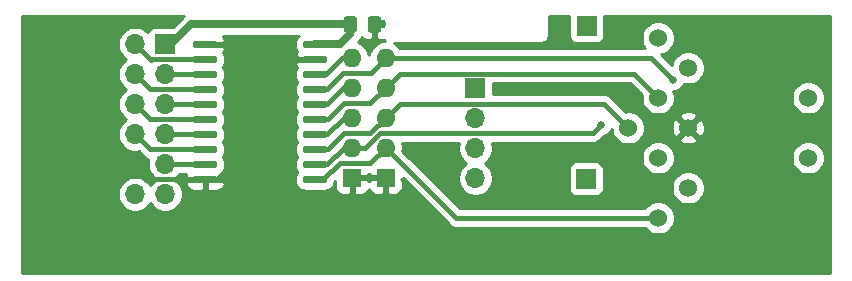
<source format=gtl>
G04 #@! TF.GenerationSoftware,KiCad,Pcbnew,(5.1.12)-1*
G04 #@! TF.CreationDate,2021-11-21T19:42:23+01:00*
G04 #@! TF.ProjectId,buffer,62756666-6572-42e6-9b69-6361645f7063,rev?*
G04 #@! TF.SameCoordinates,Original*
G04 #@! TF.FileFunction,Copper,L1,Top*
G04 #@! TF.FilePolarity,Positive*
%FSLAX46Y46*%
G04 Gerber Fmt 4.6, Leading zero omitted, Abs format (unit mm)*
G04 Created by KiCad (PCBNEW (5.1.12)-1) date 2021-11-21 19:42:23*
%MOMM*%
%LPD*%
G01*
G04 APERTURE LIST*
G04 #@! TA.AperFunction,ComponentPad*
%ADD10O,1.700000X1.700000*%
G04 #@! TD*
G04 #@! TA.AperFunction,ComponentPad*
%ADD11R,1.700000X1.700000*%
G04 #@! TD*
G04 #@! TA.AperFunction,ComponentPad*
%ADD12R,1.600000X1.600000*%
G04 #@! TD*
G04 #@! TA.AperFunction,ComponentPad*
%ADD13O,1.600000X1.600000*%
G04 #@! TD*
G04 #@! TA.AperFunction,ComponentPad*
%ADD14C,1.524000*%
G04 #@! TD*
G04 #@! TA.AperFunction,ViaPad*
%ADD15C,0.762000*%
G04 #@! TD*
G04 #@! TA.AperFunction,ViaPad*
%ADD16C,0.660400*%
G04 #@! TD*
G04 #@! TA.AperFunction,Conductor*
%ADD17C,0.381000*%
G04 #@! TD*
G04 #@! TA.AperFunction,Conductor*
%ADD18C,0.635000*%
G04 #@! TD*
G04 #@! TA.AperFunction,Conductor*
%ADD19C,0.254000*%
G04 #@! TD*
G04 #@! TA.AperFunction,Conductor*
%ADD20C,0.100000*%
G04 #@! TD*
G04 APERTURE END LIST*
D10*
X66617400Y-45730160D03*
X66617400Y-43190160D03*
X66617400Y-40650160D03*
D11*
X66617400Y-38110160D03*
D12*
X56178000Y-45679360D03*
D13*
X56178000Y-43139360D03*
X56178000Y-40599360D03*
X56178000Y-38059360D03*
X56178000Y-35519360D03*
D11*
X40353800Y-34376360D03*
D10*
X37813800Y-34376360D03*
X40353800Y-36916360D03*
X37813800Y-36916360D03*
X40353800Y-39456360D03*
X37813800Y-39456360D03*
X40353800Y-41996360D03*
X37813800Y-41996360D03*
X40353800Y-44536360D03*
X37813800Y-44536360D03*
X40353800Y-47076360D03*
X37813800Y-47076360D03*
D11*
X76040800Y-32801560D03*
G04 #@! TA.AperFunction,SMDPad,CuDef*
G36*
G01*
X42705200Y-34551760D02*
X42705200Y-34251760D01*
G75*
G02*
X42855200Y-34101760I150000J0D01*
G01*
X44605200Y-34101760D01*
G75*
G02*
X44755200Y-34251760I0J-150000D01*
G01*
X44755200Y-34551760D01*
G75*
G02*
X44605200Y-34701760I-150000J0D01*
G01*
X42855200Y-34701760D01*
G75*
G02*
X42705200Y-34551760I0J150000D01*
G01*
G37*
G04 #@! TD.AperFunction*
G04 #@! TA.AperFunction,SMDPad,CuDef*
G36*
G01*
X42705200Y-35821760D02*
X42705200Y-35521760D01*
G75*
G02*
X42855200Y-35371760I150000J0D01*
G01*
X44605200Y-35371760D01*
G75*
G02*
X44755200Y-35521760I0J-150000D01*
G01*
X44755200Y-35821760D01*
G75*
G02*
X44605200Y-35971760I-150000J0D01*
G01*
X42855200Y-35971760D01*
G75*
G02*
X42705200Y-35821760I0J150000D01*
G01*
G37*
G04 #@! TD.AperFunction*
G04 #@! TA.AperFunction,SMDPad,CuDef*
G36*
G01*
X42705200Y-37091760D02*
X42705200Y-36791760D01*
G75*
G02*
X42855200Y-36641760I150000J0D01*
G01*
X44605200Y-36641760D01*
G75*
G02*
X44755200Y-36791760I0J-150000D01*
G01*
X44755200Y-37091760D01*
G75*
G02*
X44605200Y-37241760I-150000J0D01*
G01*
X42855200Y-37241760D01*
G75*
G02*
X42705200Y-37091760I0J150000D01*
G01*
G37*
G04 #@! TD.AperFunction*
G04 #@! TA.AperFunction,SMDPad,CuDef*
G36*
G01*
X42705200Y-38361760D02*
X42705200Y-38061760D01*
G75*
G02*
X42855200Y-37911760I150000J0D01*
G01*
X44605200Y-37911760D01*
G75*
G02*
X44755200Y-38061760I0J-150000D01*
G01*
X44755200Y-38361760D01*
G75*
G02*
X44605200Y-38511760I-150000J0D01*
G01*
X42855200Y-38511760D01*
G75*
G02*
X42705200Y-38361760I0J150000D01*
G01*
G37*
G04 #@! TD.AperFunction*
G04 #@! TA.AperFunction,SMDPad,CuDef*
G36*
G01*
X42705200Y-39631760D02*
X42705200Y-39331760D01*
G75*
G02*
X42855200Y-39181760I150000J0D01*
G01*
X44605200Y-39181760D01*
G75*
G02*
X44755200Y-39331760I0J-150000D01*
G01*
X44755200Y-39631760D01*
G75*
G02*
X44605200Y-39781760I-150000J0D01*
G01*
X42855200Y-39781760D01*
G75*
G02*
X42705200Y-39631760I0J150000D01*
G01*
G37*
G04 #@! TD.AperFunction*
G04 #@! TA.AperFunction,SMDPad,CuDef*
G36*
G01*
X42705200Y-40901760D02*
X42705200Y-40601760D01*
G75*
G02*
X42855200Y-40451760I150000J0D01*
G01*
X44605200Y-40451760D01*
G75*
G02*
X44755200Y-40601760I0J-150000D01*
G01*
X44755200Y-40901760D01*
G75*
G02*
X44605200Y-41051760I-150000J0D01*
G01*
X42855200Y-41051760D01*
G75*
G02*
X42705200Y-40901760I0J150000D01*
G01*
G37*
G04 #@! TD.AperFunction*
G04 #@! TA.AperFunction,SMDPad,CuDef*
G36*
G01*
X42705200Y-42171760D02*
X42705200Y-41871760D01*
G75*
G02*
X42855200Y-41721760I150000J0D01*
G01*
X44605200Y-41721760D01*
G75*
G02*
X44755200Y-41871760I0J-150000D01*
G01*
X44755200Y-42171760D01*
G75*
G02*
X44605200Y-42321760I-150000J0D01*
G01*
X42855200Y-42321760D01*
G75*
G02*
X42705200Y-42171760I0J150000D01*
G01*
G37*
G04 #@! TD.AperFunction*
G04 #@! TA.AperFunction,SMDPad,CuDef*
G36*
G01*
X42705200Y-43441760D02*
X42705200Y-43141760D01*
G75*
G02*
X42855200Y-42991760I150000J0D01*
G01*
X44605200Y-42991760D01*
G75*
G02*
X44755200Y-43141760I0J-150000D01*
G01*
X44755200Y-43441760D01*
G75*
G02*
X44605200Y-43591760I-150000J0D01*
G01*
X42855200Y-43591760D01*
G75*
G02*
X42705200Y-43441760I0J150000D01*
G01*
G37*
G04 #@! TD.AperFunction*
G04 #@! TA.AperFunction,SMDPad,CuDef*
G36*
G01*
X42705200Y-44711760D02*
X42705200Y-44411760D01*
G75*
G02*
X42855200Y-44261760I150000J0D01*
G01*
X44605200Y-44261760D01*
G75*
G02*
X44755200Y-44411760I0J-150000D01*
G01*
X44755200Y-44711760D01*
G75*
G02*
X44605200Y-44861760I-150000J0D01*
G01*
X42855200Y-44861760D01*
G75*
G02*
X42705200Y-44711760I0J150000D01*
G01*
G37*
G04 #@! TD.AperFunction*
G04 #@! TA.AperFunction,SMDPad,CuDef*
G36*
G01*
X42705200Y-45981760D02*
X42705200Y-45681760D01*
G75*
G02*
X42855200Y-45531760I150000J0D01*
G01*
X44605200Y-45531760D01*
G75*
G02*
X44755200Y-45681760I0J-150000D01*
G01*
X44755200Y-45981760D01*
G75*
G02*
X44605200Y-46131760I-150000J0D01*
G01*
X42855200Y-46131760D01*
G75*
G02*
X42705200Y-45981760I0J150000D01*
G01*
G37*
G04 #@! TD.AperFunction*
G04 #@! TA.AperFunction,SMDPad,CuDef*
G36*
G01*
X52005200Y-45981760D02*
X52005200Y-45681760D01*
G75*
G02*
X52155200Y-45531760I150000J0D01*
G01*
X53905200Y-45531760D01*
G75*
G02*
X54055200Y-45681760I0J-150000D01*
G01*
X54055200Y-45981760D01*
G75*
G02*
X53905200Y-46131760I-150000J0D01*
G01*
X52155200Y-46131760D01*
G75*
G02*
X52005200Y-45981760I0J150000D01*
G01*
G37*
G04 #@! TD.AperFunction*
G04 #@! TA.AperFunction,SMDPad,CuDef*
G36*
G01*
X52005200Y-44711760D02*
X52005200Y-44411760D01*
G75*
G02*
X52155200Y-44261760I150000J0D01*
G01*
X53905200Y-44261760D01*
G75*
G02*
X54055200Y-44411760I0J-150000D01*
G01*
X54055200Y-44711760D01*
G75*
G02*
X53905200Y-44861760I-150000J0D01*
G01*
X52155200Y-44861760D01*
G75*
G02*
X52005200Y-44711760I0J150000D01*
G01*
G37*
G04 #@! TD.AperFunction*
G04 #@! TA.AperFunction,SMDPad,CuDef*
G36*
G01*
X52005200Y-43441760D02*
X52005200Y-43141760D01*
G75*
G02*
X52155200Y-42991760I150000J0D01*
G01*
X53905200Y-42991760D01*
G75*
G02*
X54055200Y-43141760I0J-150000D01*
G01*
X54055200Y-43441760D01*
G75*
G02*
X53905200Y-43591760I-150000J0D01*
G01*
X52155200Y-43591760D01*
G75*
G02*
X52005200Y-43441760I0J150000D01*
G01*
G37*
G04 #@! TD.AperFunction*
G04 #@! TA.AperFunction,SMDPad,CuDef*
G36*
G01*
X52005200Y-42171760D02*
X52005200Y-41871760D01*
G75*
G02*
X52155200Y-41721760I150000J0D01*
G01*
X53905200Y-41721760D01*
G75*
G02*
X54055200Y-41871760I0J-150000D01*
G01*
X54055200Y-42171760D01*
G75*
G02*
X53905200Y-42321760I-150000J0D01*
G01*
X52155200Y-42321760D01*
G75*
G02*
X52005200Y-42171760I0J150000D01*
G01*
G37*
G04 #@! TD.AperFunction*
G04 #@! TA.AperFunction,SMDPad,CuDef*
G36*
G01*
X52005200Y-40901760D02*
X52005200Y-40601760D01*
G75*
G02*
X52155200Y-40451760I150000J0D01*
G01*
X53905200Y-40451760D01*
G75*
G02*
X54055200Y-40601760I0J-150000D01*
G01*
X54055200Y-40901760D01*
G75*
G02*
X53905200Y-41051760I-150000J0D01*
G01*
X52155200Y-41051760D01*
G75*
G02*
X52005200Y-40901760I0J150000D01*
G01*
G37*
G04 #@! TD.AperFunction*
G04 #@! TA.AperFunction,SMDPad,CuDef*
G36*
G01*
X52005200Y-39631760D02*
X52005200Y-39331760D01*
G75*
G02*
X52155200Y-39181760I150000J0D01*
G01*
X53905200Y-39181760D01*
G75*
G02*
X54055200Y-39331760I0J-150000D01*
G01*
X54055200Y-39631760D01*
G75*
G02*
X53905200Y-39781760I-150000J0D01*
G01*
X52155200Y-39781760D01*
G75*
G02*
X52005200Y-39631760I0J150000D01*
G01*
G37*
G04 #@! TD.AperFunction*
G04 #@! TA.AperFunction,SMDPad,CuDef*
G36*
G01*
X52005200Y-38361760D02*
X52005200Y-38061760D01*
G75*
G02*
X52155200Y-37911760I150000J0D01*
G01*
X53905200Y-37911760D01*
G75*
G02*
X54055200Y-38061760I0J-150000D01*
G01*
X54055200Y-38361760D01*
G75*
G02*
X53905200Y-38511760I-150000J0D01*
G01*
X52155200Y-38511760D01*
G75*
G02*
X52005200Y-38361760I0J150000D01*
G01*
G37*
G04 #@! TD.AperFunction*
G04 #@! TA.AperFunction,SMDPad,CuDef*
G36*
G01*
X52005200Y-37091760D02*
X52005200Y-36791760D01*
G75*
G02*
X52155200Y-36641760I150000J0D01*
G01*
X53905200Y-36641760D01*
G75*
G02*
X54055200Y-36791760I0J-150000D01*
G01*
X54055200Y-37091760D01*
G75*
G02*
X53905200Y-37241760I-150000J0D01*
G01*
X52155200Y-37241760D01*
G75*
G02*
X52005200Y-37091760I0J150000D01*
G01*
G37*
G04 #@! TD.AperFunction*
G04 #@! TA.AperFunction,SMDPad,CuDef*
G36*
G01*
X52005200Y-35821760D02*
X52005200Y-35521760D01*
G75*
G02*
X52155200Y-35371760I150000J0D01*
G01*
X53905200Y-35371760D01*
G75*
G02*
X54055200Y-35521760I0J-150000D01*
G01*
X54055200Y-35821760D01*
G75*
G02*
X53905200Y-35971760I-150000J0D01*
G01*
X52155200Y-35971760D01*
G75*
G02*
X52005200Y-35821760I0J150000D01*
G01*
G37*
G04 #@! TD.AperFunction*
G04 #@! TA.AperFunction,SMDPad,CuDef*
G36*
G01*
X52005200Y-34551760D02*
X52005200Y-34251760D01*
G75*
G02*
X52155200Y-34101760I150000J0D01*
G01*
X53905200Y-34101760D01*
G75*
G02*
X54055200Y-34251760I0J-150000D01*
G01*
X54055200Y-34551760D01*
G75*
G02*
X53905200Y-34701760I-150000J0D01*
G01*
X52155200Y-34701760D01*
G75*
G02*
X52005200Y-34551760I0J150000D01*
G01*
G37*
G04 #@! TD.AperFunction*
D13*
X59022800Y-35519360D03*
X59022800Y-38059360D03*
X59022800Y-40599360D03*
X59022800Y-43139360D03*
D12*
X59022800Y-45679360D03*
G04 #@! TA.AperFunction,SMDPad,CuDef*
G36*
G01*
X58652000Y-32250959D02*
X58652000Y-33150961D01*
G75*
G02*
X58402001Y-33400960I-249999J0D01*
G01*
X57751999Y-33400960D01*
G75*
G02*
X57502000Y-33150961I0J249999D01*
G01*
X57502000Y-32250959D01*
G75*
G02*
X57751999Y-32000960I249999J0D01*
G01*
X58402001Y-32000960D01*
G75*
G02*
X58652000Y-32250959I0J-249999D01*
G01*
G37*
G04 #@! TD.AperFunction*
G04 #@! TA.AperFunction,SMDPad,CuDef*
G36*
G01*
X56602000Y-32250959D02*
X56602000Y-33150961D01*
G75*
G02*
X56352001Y-33400960I-249999J0D01*
G01*
X55701999Y-33400960D01*
G75*
G02*
X55452000Y-33150961I0J249999D01*
G01*
X55452000Y-32250959D01*
G75*
G02*
X55701999Y-32000960I249999J0D01*
G01*
X56352001Y-32000960D01*
G75*
G02*
X56602000Y-32250959I0J-249999D01*
G01*
G37*
G04 #@! TD.AperFunction*
D14*
X82086000Y-33842960D03*
X84626000Y-36382960D03*
X82086000Y-38922960D03*
X84626000Y-41462960D03*
X82086000Y-44002960D03*
X84626000Y-46542960D03*
X82086000Y-49082960D03*
X94786000Y-38922960D03*
X94786000Y-44002960D03*
X79546000Y-41462960D03*
D11*
X75990000Y-45780960D03*
D15*
X46507000Y-34395960D03*
X58712000Y-32700960D03*
D16*
X83356000Y-37398960D03*
X77260000Y-41208960D03*
X79546000Y-41462960D03*
D17*
X46507000Y-34395960D02*
X44672000Y-34395960D01*
X58077000Y-32700960D02*
X58712000Y-32700960D01*
X39109200Y-45831760D02*
X43730200Y-45831760D01*
X37813800Y-44536360D02*
X39109200Y-45831760D01*
X46807000Y-34395960D02*
X46507000Y-34395960D01*
X50330200Y-34395960D02*
X46807000Y-34395960D01*
X52667000Y-35665960D02*
X51600200Y-35665960D01*
X51600200Y-35665960D02*
X50330200Y-34395960D01*
X46507000Y-44079960D02*
X46507000Y-34395960D01*
X44755200Y-45831760D02*
X46507000Y-44079960D01*
X43730200Y-45831760D02*
X44755200Y-45831760D01*
X43704800Y-39456360D02*
X43730200Y-39481760D01*
X40353800Y-39456360D02*
X43704800Y-39456360D01*
X40373400Y-36935960D02*
X40353800Y-36916360D01*
X43704800Y-36916360D02*
X43730200Y-36941760D01*
X40353800Y-36916360D02*
X43704800Y-36916360D01*
D18*
X56027000Y-32700960D02*
X56027000Y-33500960D01*
X55142000Y-34385960D02*
X56027000Y-33500960D01*
X55352000Y-32700960D02*
X56027000Y-32700960D01*
X42562600Y-32700960D02*
X55352000Y-32700960D01*
X40353800Y-34376360D02*
X40887200Y-34376360D01*
X40887200Y-34376360D02*
X42562600Y-32700960D01*
X55126200Y-34401760D02*
X53028400Y-34401760D01*
X55142000Y-34385960D02*
X55126200Y-34401760D01*
D17*
X54019000Y-38211760D02*
X53030200Y-38211760D01*
X55429800Y-36800960D02*
X54019000Y-38211760D01*
X57741200Y-36800960D02*
X55429800Y-36800960D01*
X59022800Y-35519360D02*
X57741200Y-36800960D01*
X59022800Y-35519360D02*
X81324000Y-35519360D01*
X81324000Y-35519360D02*
X81476400Y-35519360D01*
X81476400Y-35519360D02*
X83356000Y-37398960D01*
X54120600Y-40751760D02*
X53030200Y-40751760D01*
X55521400Y-39350960D02*
X54120600Y-40751760D01*
X57731200Y-39350960D02*
X59022800Y-38059360D01*
X55521400Y-39350960D02*
X57731200Y-39350960D01*
X80029499Y-36866459D02*
X82086000Y-38922960D01*
X60215701Y-36866459D02*
X80029499Y-36866459D01*
X59022800Y-38059360D02*
X60215701Y-36866459D01*
X39110998Y-35671760D02*
X43730200Y-35671760D01*
X37813800Y-34376360D02*
X39110099Y-35672659D01*
X39110099Y-35672659D02*
X39110998Y-35671760D01*
X39109200Y-38211760D02*
X43730200Y-38211760D01*
X37813800Y-36916360D02*
X39109200Y-38211760D01*
X39109200Y-40751760D02*
X43730200Y-40751760D01*
X37813800Y-39456360D02*
X39109200Y-40751760D01*
X43704800Y-41996360D02*
X43730200Y-42021760D01*
X40353800Y-41996360D02*
X43704800Y-41996360D01*
X39109200Y-43291760D02*
X43730200Y-43291760D01*
X37813800Y-41996360D02*
X39109200Y-43291760D01*
X43704800Y-44536360D02*
X43730200Y-44561760D01*
X40353800Y-44536360D02*
X43704800Y-44536360D01*
X53942800Y-36941760D02*
X53030200Y-36941760D01*
X56178000Y-35519360D02*
X55365200Y-35519360D01*
X55365200Y-35519360D02*
X53942800Y-36941760D01*
X54044400Y-39481760D02*
X53030200Y-39481760D01*
X55445200Y-38080960D02*
X54044400Y-39481760D01*
X54095200Y-42021760D02*
X53030200Y-42021760D01*
X55496000Y-40620960D02*
X54095200Y-42021760D01*
X54069800Y-44561760D02*
X53030200Y-44561760D01*
X55470600Y-43160960D02*
X54069800Y-44561760D01*
X58554495Y-41893861D02*
X76575099Y-41893861D01*
X57308996Y-43139360D02*
X58554495Y-41893861D01*
X56178000Y-43139360D02*
X57308996Y-43139360D01*
X76575099Y-41893861D02*
X77260000Y-41208960D01*
X54120600Y-43291760D02*
X53030200Y-43291760D01*
X55511400Y-41900960D02*
X54120600Y-43291760D01*
X57721200Y-41900960D02*
X59022800Y-40599360D01*
X55511400Y-41900960D02*
X57721200Y-41900960D01*
X77489499Y-39406459D02*
X79546000Y-41462960D01*
X60215701Y-39406459D02*
X77489499Y-39406459D01*
X59022800Y-40599360D02*
X60215701Y-39406459D01*
X57711200Y-44450960D02*
X59022800Y-43139360D01*
X55120400Y-44450960D02*
X57711200Y-44450960D01*
X53030200Y-45831760D02*
X53739600Y-45831760D01*
X53739600Y-45831760D02*
X55120400Y-44450960D01*
X64966400Y-49082960D02*
X82086000Y-49082960D01*
X59022800Y-43139360D02*
X64966400Y-49082960D01*
D19*
X41885822Y-32024182D02*
X41855993Y-32060529D01*
X41028234Y-32888288D01*
X39503800Y-32888288D01*
X39379318Y-32900548D01*
X39259620Y-32936858D01*
X39149306Y-32995823D01*
X39052615Y-33075175D01*
X38973263Y-33171866D01*
X38914298Y-33282180D01*
X38892287Y-33354740D01*
X38760432Y-33222885D01*
X38517211Y-33060370D01*
X38246958Y-32948428D01*
X37960060Y-32891360D01*
X37667540Y-32891360D01*
X37380642Y-32948428D01*
X37110389Y-33060370D01*
X36867168Y-33222885D01*
X36660325Y-33429728D01*
X36497810Y-33672949D01*
X36385868Y-33943202D01*
X36328800Y-34230100D01*
X36328800Y-34522620D01*
X36385868Y-34809518D01*
X36497810Y-35079771D01*
X36660325Y-35322992D01*
X36867168Y-35529835D01*
X37041560Y-35646360D01*
X36867168Y-35762885D01*
X36660325Y-35969728D01*
X36497810Y-36212949D01*
X36385868Y-36483202D01*
X36328800Y-36770100D01*
X36328800Y-37062620D01*
X36385868Y-37349518D01*
X36497810Y-37619771D01*
X36660325Y-37862992D01*
X36867168Y-38069835D01*
X37041560Y-38186360D01*
X36867168Y-38302885D01*
X36660325Y-38509728D01*
X36497810Y-38752949D01*
X36385868Y-39023202D01*
X36328800Y-39310100D01*
X36328800Y-39602620D01*
X36385868Y-39889518D01*
X36497810Y-40159771D01*
X36660325Y-40402992D01*
X36867168Y-40609835D01*
X37041560Y-40726360D01*
X36867168Y-40842885D01*
X36660325Y-41049728D01*
X36497810Y-41292949D01*
X36385868Y-41563202D01*
X36328800Y-41850100D01*
X36328800Y-42142620D01*
X36385868Y-42429518D01*
X36497810Y-42699771D01*
X36660325Y-42942992D01*
X36867168Y-43149835D01*
X37110389Y-43312350D01*
X37380642Y-43424292D01*
X37667540Y-43481360D01*
X37960060Y-43481360D01*
X38102945Y-43452938D01*
X38496806Y-43846799D01*
X38522659Y-43878301D01*
X38556061Y-43905713D01*
X38648357Y-43981459D01*
X38681195Y-43999011D01*
X38791766Y-44058113D01*
X38927491Y-44099284D01*
X38925868Y-44103202D01*
X38868800Y-44390100D01*
X38868800Y-44682620D01*
X38925868Y-44969518D01*
X39037810Y-45239771D01*
X39200325Y-45482992D01*
X39407168Y-45689835D01*
X39581560Y-45806360D01*
X39407168Y-45922885D01*
X39200325Y-46129728D01*
X39083800Y-46304120D01*
X38967275Y-46129728D01*
X38760432Y-45922885D01*
X38517211Y-45760370D01*
X38246958Y-45648428D01*
X37960060Y-45591360D01*
X37667540Y-45591360D01*
X37380642Y-45648428D01*
X37110389Y-45760370D01*
X36867168Y-45922885D01*
X36660325Y-46129728D01*
X36497810Y-46372949D01*
X36385868Y-46643202D01*
X36328800Y-46930100D01*
X36328800Y-47222620D01*
X36385868Y-47509518D01*
X36497810Y-47779771D01*
X36660325Y-48022992D01*
X36867168Y-48229835D01*
X37110389Y-48392350D01*
X37380642Y-48504292D01*
X37667540Y-48561360D01*
X37960060Y-48561360D01*
X38246958Y-48504292D01*
X38517211Y-48392350D01*
X38760432Y-48229835D01*
X38967275Y-48022992D01*
X39083800Y-47848600D01*
X39200325Y-48022992D01*
X39407168Y-48229835D01*
X39650389Y-48392350D01*
X39920642Y-48504292D01*
X40207540Y-48561360D01*
X40500060Y-48561360D01*
X40786958Y-48504292D01*
X41057211Y-48392350D01*
X41300432Y-48229835D01*
X41507275Y-48022992D01*
X41669790Y-47779771D01*
X41781732Y-47509518D01*
X41838800Y-47222620D01*
X41838800Y-46930100D01*
X41781732Y-46643202D01*
X41669790Y-46372949D01*
X41508633Y-46131760D01*
X42067128Y-46131760D01*
X42079388Y-46256242D01*
X42115698Y-46375940D01*
X42174663Y-46486254D01*
X42254015Y-46582945D01*
X42350706Y-46662297D01*
X42461020Y-46721262D01*
X42580718Y-46757572D01*
X42705200Y-46769832D01*
X43444450Y-46766760D01*
X43603200Y-46608010D01*
X43603200Y-45958760D01*
X43857200Y-45958760D01*
X43857200Y-46608010D01*
X44015950Y-46766760D01*
X44755200Y-46769832D01*
X44879682Y-46757572D01*
X44999380Y-46721262D01*
X45109694Y-46662297D01*
X45206385Y-46582945D01*
X45285737Y-46486254D01*
X45344702Y-46375940D01*
X45381012Y-46256242D01*
X45393272Y-46131760D01*
X45390200Y-46117510D01*
X45231450Y-45958760D01*
X43857200Y-45958760D01*
X43603200Y-45958760D01*
X42228950Y-45958760D01*
X42070200Y-46117510D01*
X42067128Y-46131760D01*
X41508633Y-46131760D01*
X41507275Y-46129728D01*
X41300432Y-45922885D01*
X41126040Y-45806360D01*
X41300432Y-45689835D01*
X41507275Y-45482992D01*
X41588213Y-45361860D01*
X42093165Y-45361860D01*
X42079388Y-45407278D01*
X42067128Y-45531760D01*
X42070200Y-45546010D01*
X42228950Y-45704760D01*
X43603200Y-45704760D01*
X43603200Y-45684760D01*
X43857200Y-45684760D01*
X43857200Y-45704760D01*
X45231450Y-45704760D01*
X45390200Y-45546010D01*
X45393272Y-45531760D01*
X45381012Y-45407278D01*
X45344702Y-45287580D01*
X45285737Y-45177266D01*
X45261470Y-45147696D01*
X45333284Y-45013342D01*
X45378129Y-44865505D01*
X45393272Y-44711760D01*
X45393272Y-44411760D01*
X45378129Y-44258015D01*
X45333284Y-44110178D01*
X45260458Y-43973931D01*
X45221746Y-43926760D01*
X45260458Y-43879589D01*
X45333284Y-43743342D01*
X45378129Y-43595505D01*
X45393272Y-43441760D01*
X45393272Y-43141760D01*
X45378129Y-42988015D01*
X45333284Y-42840178D01*
X45260458Y-42703931D01*
X45221746Y-42656760D01*
X45260458Y-42609589D01*
X45333284Y-42473342D01*
X45378129Y-42325505D01*
X45393272Y-42171760D01*
X45393272Y-41871760D01*
X45378129Y-41718015D01*
X45333284Y-41570178D01*
X45260458Y-41433931D01*
X45221746Y-41386760D01*
X45260458Y-41339589D01*
X45333284Y-41203342D01*
X45378129Y-41055505D01*
X45393272Y-40901760D01*
X45393272Y-40601760D01*
X45378129Y-40448015D01*
X45333284Y-40300178D01*
X45260458Y-40163931D01*
X45221746Y-40116760D01*
X45260458Y-40069589D01*
X45333284Y-39933342D01*
X45378129Y-39785505D01*
X45393272Y-39631760D01*
X45393272Y-39331760D01*
X45378129Y-39178015D01*
X45333284Y-39030178D01*
X45260458Y-38893931D01*
X45221746Y-38846760D01*
X45260458Y-38799589D01*
X45333284Y-38663342D01*
X45378129Y-38515505D01*
X45393272Y-38361760D01*
X45393272Y-38061760D01*
X45378129Y-37908015D01*
X45333284Y-37760178D01*
X45260458Y-37623931D01*
X45221746Y-37576760D01*
X45260458Y-37529589D01*
X45333284Y-37393342D01*
X45378129Y-37245505D01*
X45393272Y-37091760D01*
X45393272Y-36791760D01*
X45378129Y-36638015D01*
X45333284Y-36490178D01*
X45260458Y-36353931D01*
X45221746Y-36306760D01*
X45260458Y-36259589D01*
X45333284Y-36123342D01*
X45378129Y-35975505D01*
X45393272Y-35821760D01*
X45393272Y-35521760D01*
X45378129Y-35368015D01*
X45333284Y-35220178D01*
X45261470Y-35085824D01*
X45285737Y-35056254D01*
X45344702Y-34945940D01*
X45381012Y-34826242D01*
X45393272Y-34701760D01*
X45390200Y-34687510D01*
X45231450Y-34528760D01*
X43857200Y-34528760D01*
X43857200Y-34548760D01*
X43603200Y-34548760D01*
X43603200Y-34528760D01*
X43583200Y-34528760D01*
X43583200Y-34274760D01*
X43603200Y-34274760D01*
X43603200Y-34254760D01*
X43857200Y-34254760D01*
X43857200Y-34274760D01*
X45231450Y-34274760D01*
X45390200Y-34116010D01*
X45393272Y-34101760D01*
X45381012Y-33977278D01*
X45344702Y-33857580D01*
X45285737Y-33747266D01*
X45208753Y-33653460D01*
X51647967Y-33653460D01*
X51597949Y-33694509D01*
X51499942Y-33813931D01*
X51427116Y-33950178D01*
X51382271Y-34098015D01*
X51367128Y-34251760D01*
X51367128Y-34551760D01*
X51382271Y-34705505D01*
X51427116Y-34853342D01*
X51498930Y-34987696D01*
X51474663Y-35017266D01*
X51415698Y-35127580D01*
X51379388Y-35247278D01*
X51367128Y-35371760D01*
X51370200Y-35386010D01*
X51528950Y-35544760D01*
X52903200Y-35544760D01*
X52903200Y-35524760D01*
X53157200Y-35524760D01*
X53157200Y-35544760D01*
X53177200Y-35544760D01*
X53177200Y-35798760D01*
X53157200Y-35798760D01*
X53157200Y-35818760D01*
X52903200Y-35818760D01*
X52903200Y-35798760D01*
X51528950Y-35798760D01*
X51370200Y-35957510D01*
X51367128Y-35971760D01*
X51379388Y-36096242D01*
X51415698Y-36215940D01*
X51474663Y-36326254D01*
X51498930Y-36355824D01*
X51427116Y-36490178D01*
X51382271Y-36638015D01*
X51367128Y-36791760D01*
X51367128Y-37091760D01*
X51382271Y-37245505D01*
X51427116Y-37393342D01*
X51499942Y-37529589D01*
X51538654Y-37576760D01*
X51499942Y-37623931D01*
X51427116Y-37760178D01*
X51382271Y-37908015D01*
X51367128Y-38061760D01*
X51367128Y-38361760D01*
X51382271Y-38515505D01*
X51427116Y-38663342D01*
X51499942Y-38799589D01*
X51538654Y-38846760D01*
X51499942Y-38893931D01*
X51427116Y-39030178D01*
X51382271Y-39178015D01*
X51367128Y-39331760D01*
X51367128Y-39631760D01*
X51382271Y-39785505D01*
X51427116Y-39933342D01*
X51499942Y-40069589D01*
X51538654Y-40116760D01*
X51499942Y-40163931D01*
X51427116Y-40300178D01*
X51382271Y-40448015D01*
X51367128Y-40601760D01*
X51367128Y-40901760D01*
X51382271Y-41055505D01*
X51427116Y-41203342D01*
X51499942Y-41339589D01*
X51538654Y-41386760D01*
X51499942Y-41433931D01*
X51427116Y-41570178D01*
X51382271Y-41718015D01*
X51367128Y-41871760D01*
X51367128Y-42171760D01*
X51382271Y-42325505D01*
X51427116Y-42473342D01*
X51499942Y-42609589D01*
X51538654Y-42656760D01*
X51499942Y-42703931D01*
X51427116Y-42840178D01*
X51382271Y-42988015D01*
X51367128Y-43141760D01*
X51367128Y-43441760D01*
X51382271Y-43595505D01*
X51427116Y-43743342D01*
X51499942Y-43879589D01*
X51538654Y-43926760D01*
X51499942Y-43973931D01*
X51427116Y-44110178D01*
X51382271Y-44258015D01*
X51367128Y-44411760D01*
X51367128Y-44711760D01*
X51382271Y-44865505D01*
X51427116Y-45013342D01*
X51499942Y-45149589D01*
X51538654Y-45196760D01*
X51499942Y-45243931D01*
X51427116Y-45380178D01*
X51382271Y-45528015D01*
X51367128Y-45681760D01*
X51367128Y-45981760D01*
X51382271Y-46135505D01*
X51427116Y-46283342D01*
X51499942Y-46419589D01*
X51597949Y-46539011D01*
X51717371Y-46637018D01*
X51853618Y-46709844D01*
X52001455Y-46754689D01*
X52155200Y-46769832D01*
X53905200Y-46769832D01*
X54058945Y-46754689D01*
X54206782Y-46709844D01*
X54343029Y-46637018D01*
X54462451Y-46539011D01*
X54560458Y-46419589D01*
X54633284Y-46283342D01*
X54678129Y-46135505D01*
X54686306Y-46052486D01*
X54742816Y-45995977D01*
X54739928Y-46479360D01*
X54752188Y-46603842D01*
X54788498Y-46723540D01*
X54847463Y-46833854D01*
X54926815Y-46930545D01*
X55023506Y-47009897D01*
X55133820Y-47068862D01*
X55253518Y-47105172D01*
X55378000Y-47117432D01*
X55892250Y-47114360D01*
X56051000Y-46955610D01*
X56051000Y-45806360D01*
X56305000Y-45806360D01*
X56305000Y-46955610D01*
X56463750Y-47114360D01*
X56978000Y-47117432D01*
X57102482Y-47105172D01*
X57222180Y-47068862D01*
X57332494Y-47009897D01*
X57429185Y-46930545D01*
X57508537Y-46833854D01*
X57567502Y-46723540D01*
X57600400Y-46615090D01*
X57633298Y-46723540D01*
X57692263Y-46833854D01*
X57771615Y-46930545D01*
X57868306Y-47009897D01*
X57978620Y-47068862D01*
X58098318Y-47105172D01*
X58222800Y-47117432D01*
X58737050Y-47114360D01*
X58895800Y-46955610D01*
X58895800Y-45806360D01*
X57746550Y-45806360D01*
X57600400Y-45952510D01*
X57454250Y-45806360D01*
X56305000Y-45806360D01*
X56051000Y-45806360D01*
X56031000Y-45806360D01*
X56031000Y-45552360D01*
X56051000Y-45552360D01*
X56051000Y-45532360D01*
X56305000Y-45532360D01*
X56305000Y-45552360D01*
X57454250Y-45552360D01*
X57600400Y-45406210D01*
X57746550Y-45552360D01*
X58895800Y-45552360D01*
X58895800Y-45532360D01*
X59149800Y-45532360D01*
X59149800Y-45552360D01*
X59169800Y-45552360D01*
X59169800Y-45806360D01*
X59149800Y-45806360D01*
X59149800Y-46955610D01*
X59308550Y-47114360D01*
X59822800Y-47117432D01*
X59947282Y-47105172D01*
X60066980Y-47068862D01*
X60177294Y-47009897D01*
X60273985Y-46930545D01*
X60353337Y-46833854D01*
X60412302Y-46723540D01*
X60448612Y-46603842D01*
X60460872Y-46479360D01*
X60457800Y-45965110D01*
X60299052Y-45806362D01*
X60457800Y-45806362D01*
X60457800Y-45741793D01*
X64354011Y-49638005D01*
X64379859Y-49669501D01*
X64411355Y-49695349D01*
X64411358Y-49695352D01*
X64505557Y-49772659D01*
X64648966Y-49849313D01*
X64804574Y-49896516D01*
X64925847Y-49908460D01*
X64925849Y-49908460D01*
X64966400Y-49912454D01*
X65006950Y-49908460D01*
X80957425Y-49908460D01*
X81000880Y-49973495D01*
X81195465Y-50168080D01*
X81424273Y-50320965D01*
X81678510Y-50426274D01*
X81948408Y-50479960D01*
X82223592Y-50479960D01*
X82493490Y-50426274D01*
X82747727Y-50320965D01*
X82976535Y-50168080D01*
X83171120Y-49973495D01*
X83324005Y-49744687D01*
X83429314Y-49490450D01*
X83483000Y-49220552D01*
X83483000Y-48945368D01*
X83429314Y-48675470D01*
X83324005Y-48421233D01*
X83171120Y-48192425D01*
X82976535Y-47997840D01*
X82747727Y-47844955D01*
X82493490Y-47739646D01*
X82223592Y-47685960D01*
X81948408Y-47685960D01*
X81678510Y-47739646D01*
X81424273Y-47844955D01*
X81195465Y-47997840D01*
X81000880Y-48192425D01*
X80957425Y-48257460D01*
X65308334Y-48257460D01*
X60436856Y-43385984D01*
X60457800Y-43280695D01*
X60457800Y-42998025D01*
X60402653Y-42720786D01*
X60402063Y-42719361D01*
X65205059Y-42719361D01*
X65189468Y-42757002D01*
X65132400Y-43043900D01*
X65132400Y-43336420D01*
X65189468Y-43623318D01*
X65301410Y-43893571D01*
X65463925Y-44136792D01*
X65670768Y-44343635D01*
X65845160Y-44460160D01*
X65670768Y-44576685D01*
X65463925Y-44783528D01*
X65301410Y-45026749D01*
X65189468Y-45297002D01*
X65132400Y-45583900D01*
X65132400Y-45876420D01*
X65189468Y-46163318D01*
X65301410Y-46433571D01*
X65463925Y-46676792D01*
X65670768Y-46883635D01*
X65913989Y-47046150D01*
X66184242Y-47158092D01*
X66471140Y-47215160D01*
X66763660Y-47215160D01*
X67050558Y-47158092D01*
X67320811Y-47046150D01*
X67564032Y-46883635D01*
X67770875Y-46676792D01*
X67933390Y-46433571D01*
X68045332Y-46163318D01*
X68102400Y-45876420D01*
X68102400Y-45583900D01*
X68045332Y-45297002D01*
X67933390Y-45026749D01*
X67869386Y-44930960D01*
X74501928Y-44930960D01*
X74501928Y-46630960D01*
X74514188Y-46755442D01*
X74550498Y-46875140D01*
X74609463Y-46985454D01*
X74688815Y-47082145D01*
X74785506Y-47161497D01*
X74895820Y-47220462D01*
X75015518Y-47256772D01*
X75140000Y-47269032D01*
X76840000Y-47269032D01*
X76964482Y-47256772D01*
X77084180Y-47220462D01*
X77194494Y-47161497D01*
X77291185Y-47082145D01*
X77370537Y-46985454D01*
X77429502Y-46875140D01*
X77465812Y-46755442D01*
X77478072Y-46630960D01*
X77478072Y-46405368D01*
X83229000Y-46405368D01*
X83229000Y-46680552D01*
X83282686Y-46950450D01*
X83387995Y-47204687D01*
X83540880Y-47433495D01*
X83735465Y-47628080D01*
X83964273Y-47780965D01*
X84218510Y-47886274D01*
X84488408Y-47939960D01*
X84763592Y-47939960D01*
X85033490Y-47886274D01*
X85287727Y-47780965D01*
X85516535Y-47628080D01*
X85711120Y-47433495D01*
X85864005Y-47204687D01*
X85969314Y-46950450D01*
X86023000Y-46680552D01*
X86023000Y-46405368D01*
X85969314Y-46135470D01*
X85864005Y-45881233D01*
X85711120Y-45652425D01*
X85516535Y-45457840D01*
X85287727Y-45304955D01*
X85033490Y-45199646D01*
X84763592Y-45145960D01*
X84488408Y-45145960D01*
X84218510Y-45199646D01*
X83964273Y-45304955D01*
X83735465Y-45457840D01*
X83540880Y-45652425D01*
X83387995Y-45881233D01*
X83282686Y-46135470D01*
X83229000Y-46405368D01*
X77478072Y-46405368D01*
X77478072Y-44930960D01*
X77465812Y-44806478D01*
X77429502Y-44686780D01*
X77370537Y-44576466D01*
X77291185Y-44479775D01*
X77194494Y-44400423D01*
X77084180Y-44341458D01*
X76964482Y-44305148D01*
X76840000Y-44292888D01*
X75140000Y-44292888D01*
X75015518Y-44305148D01*
X74895820Y-44341458D01*
X74785506Y-44400423D01*
X74688815Y-44479775D01*
X74609463Y-44576466D01*
X74550498Y-44686780D01*
X74514188Y-44806478D01*
X74501928Y-44930960D01*
X67869386Y-44930960D01*
X67770875Y-44783528D01*
X67564032Y-44576685D01*
X67389640Y-44460160D01*
X67564032Y-44343635D01*
X67770875Y-44136792D01*
X67933390Y-43893571D01*
X67945072Y-43865368D01*
X80689000Y-43865368D01*
X80689000Y-44140552D01*
X80742686Y-44410450D01*
X80847995Y-44664687D01*
X81000880Y-44893495D01*
X81195465Y-45088080D01*
X81424273Y-45240965D01*
X81678510Y-45346274D01*
X81948408Y-45399960D01*
X82223592Y-45399960D01*
X82493490Y-45346274D01*
X82747727Y-45240965D01*
X82976535Y-45088080D01*
X83171120Y-44893495D01*
X83324005Y-44664687D01*
X83429314Y-44410450D01*
X83483000Y-44140552D01*
X83483000Y-43865368D01*
X93389000Y-43865368D01*
X93389000Y-44140552D01*
X93442686Y-44410450D01*
X93547995Y-44664687D01*
X93700880Y-44893495D01*
X93895465Y-45088080D01*
X94124273Y-45240965D01*
X94378510Y-45346274D01*
X94648408Y-45399960D01*
X94923592Y-45399960D01*
X95193490Y-45346274D01*
X95447727Y-45240965D01*
X95676535Y-45088080D01*
X95871120Y-44893495D01*
X96024005Y-44664687D01*
X96129314Y-44410450D01*
X96183000Y-44140552D01*
X96183000Y-43865368D01*
X96129314Y-43595470D01*
X96024005Y-43341233D01*
X95871120Y-43112425D01*
X95676535Y-42917840D01*
X95447727Y-42764955D01*
X95193490Y-42659646D01*
X94923592Y-42605960D01*
X94648408Y-42605960D01*
X94378510Y-42659646D01*
X94124273Y-42764955D01*
X93895465Y-42917840D01*
X93700880Y-43112425D01*
X93547995Y-43341233D01*
X93442686Y-43595470D01*
X93389000Y-43865368D01*
X83483000Y-43865368D01*
X83429314Y-43595470D01*
X83324005Y-43341233D01*
X83171120Y-43112425D01*
X82976535Y-42917840D01*
X82747727Y-42764955D01*
X82493490Y-42659646D01*
X82223592Y-42605960D01*
X81948408Y-42605960D01*
X81678510Y-42659646D01*
X81424273Y-42764955D01*
X81195465Y-42917840D01*
X81000880Y-43112425D01*
X80847995Y-43341233D01*
X80742686Y-43595470D01*
X80689000Y-43865368D01*
X67945072Y-43865368D01*
X68045332Y-43623318D01*
X68102400Y-43336420D01*
X68102400Y-43043900D01*
X68045332Y-42757002D01*
X68029741Y-42719361D01*
X76534549Y-42719361D01*
X76575099Y-42723355D01*
X76615649Y-42719361D01*
X76615652Y-42719361D01*
X76736925Y-42707417D01*
X76892533Y-42660214D01*
X77035941Y-42583560D01*
X77161640Y-42480402D01*
X77187497Y-42448895D01*
X77488843Y-42147550D01*
X77541538Y-42137068D01*
X77717194Y-42064309D01*
X77875279Y-41958680D01*
X78009720Y-41824239D01*
X78115349Y-41666154D01*
X78149000Y-41584913D01*
X78149000Y-41600552D01*
X78202686Y-41870450D01*
X78307995Y-42124687D01*
X78460880Y-42353495D01*
X78655465Y-42548080D01*
X78884273Y-42700965D01*
X79138510Y-42806274D01*
X79408408Y-42859960D01*
X79683592Y-42859960D01*
X79953490Y-42806274D01*
X80207727Y-42700965D01*
X80436535Y-42548080D01*
X80556090Y-42428525D01*
X83840040Y-42428525D01*
X83907020Y-42668616D01*
X84156048Y-42785716D01*
X84423135Y-42851983D01*
X84698017Y-42864870D01*
X84970133Y-42823882D01*
X85229023Y-42730596D01*
X85344980Y-42668616D01*
X85411960Y-42428525D01*
X84626000Y-41642565D01*
X83840040Y-42428525D01*
X80556090Y-42428525D01*
X80631120Y-42353495D01*
X80784005Y-42124687D01*
X80889314Y-41870450D01*
X80943000Y-41600552D01*
X80943000Y-41534977D01*
X83224090Y-41534977D01*
X83265078Y-41807093D01*
X83358364Y-42065983D01*
X83420344Y-42181940D01*
X83660435Y-42248920D01*
X84446395Y-41462960D01*
X84805605Y-41462960D01*
X85591565Y-42248920D01*
X85831656Y-42181940D01*
X85948756Y-41932912D01*
X86015023Y-41665825D01*
X86027910Y-41390943D01*
X85986922Y-41118827D01*
X85893636Y-40859937D01*
X85831656Y-40743980D01*
X85591565Y-40677000D01*
X84805605Y-41462960D01*
X84446395Y-41462960D01*
X83660435Y-40677000D01*
X83420344Y-40743980D01*
X83303244Y-40993008D01*
X83236977Y-41260095D01*
X83224090Y-41534977D01*
X80943000Y-41534977D01*
X80943000Y-41325368D01*
X80889314Y-41055470D01*
X80784005Y-40801233D01*
X80631120Y-40572425D01*
X80556090Y-40497395D01*
X83840040Y-40497395D01*
X84626000Y-41283355D01*
X85411960Y-40497395D01*
X85344980Y-40257304D01*
X85095952Y-40140204D01*
X84828865Y-40073937D01*
X84553983Y-40061050D01*
X84281867Y-40102038D01*
X84022977Y-40195324D01*
X83907020Y-40257304D01*
X83840040Y-40497395D01*
X80556090Y-40497395D01*
X80436535Y-40377840D01*
X80207727Y-40224955D01*
X79953490Y-40119646D01*
X79683592Y-40065960D01*
X79408408Y-40065960D01*
X79331693Y-40081220D01*
X78101897Y-38851425D01*
X78076040Y-38819918D01*
X77950341Y-38716760D01*
X77806933Y-38640106D01*
X77651325Y-38592903D01*
X77530052Y-38580959D01*
X77530049Y-38580959D01*
X77489499Y-38576965D01*
X77448949Y-38580959D01*
X68105472Y-38580959D01*
X68105472Y-37691959D01*
X79687567Y-37691959D01*
X80704260Y-38708653D01*
X80689000Y-38785368D01*
X80689000Y-39060552D01*
X80742686Y-39330450D01*
X80847995Y-39584687D01*
X81000880Y-39813495D01*
X81195465Y-40008080D01*
X81424273Y-40160965D01*
X81678510Y-40266274D01*
X81948408Y-40319960D01*
X82223592Y-40319960D01*
X82493490Y-40266274D01*
X82747727Y-40160965D01*
X82976535Y-40008080D01*
X83171120Y-39813495D01*
X83324005Y-39584687D01*
X83429314Y-39330450D01*
X83483000Y-39060552D01*
X83483000Y-38785368D01*
X93389000Y-38785368D01*
X93389000Y-39060552D01*
X93442686Y-39330450D01*
X93547995Y-39584687D01*
X93700880Y-39813495D01*
X93895465Y-40008080D01*
X94124273Y-40160965D01*
X94378510Y-40266274D01*
X94648408Y-40319960D01*
X94923592Y-40319960D01*
X95193490Y-40266274D01*
X95447727Y-40160965D01*
X95676535Y-40008080D01*
X95871120Y-39813495D01*
X96024005Y-39584687D01*
X96129314Y-39330450D01*
X96183000Y-39060552D01*
X96183000Y-38785368D01*
X96129314Y-38515470D01*
X96024005Y-38261233D01*
X95871120Y-38032425D01*
X95676535Y-37837840D01*
X95447727Y-37684955D01*
X95193490Y-37579646D01*
X94923592Y-37525960D01*
X94648408Y-37525960D01*
X94378510Y-37579646D01*
X94124273Y-37684955D01*
X93895465Y-37837840D01*
X93700880Y-38032425D01*
X93547995Y-38261233D01*
X93442686Y-38515470D01*
X93389000Y-38785368D01*
X83483000Y-38785368D01*
X83429314Y-38515470D01*
X83366639Y-38364160D01*
X83451064Y-38364160D01*
X83637538Y-38327068D01*
X83813194Y-38254309D01*
X83971279Y-38148680D01*
X84105720Y-38014239D01*
X84211349Y-37856154D01*
X84261597Y-37734845D01*
X84488408Y-37779960D01*
X84763592Y-37779960D01*
X85033490Y-37726274D01*
X85287727Y-37620965D01*
X85516535Y-37468080D01*
X85711120Y-37273495D01*
X85864005Y-37044687D01*
X85969314Y-36790450D01*
X86023000Y-36520552D01*
X86023000Y-36245368D01*
X85969314Y-35975470D01*
X85864005Y-35721233D01*
X85711120Y-35492425D01*
X85516535Y-35297840D01*
X85287727Y-35144955D01*
X85033490Y-35039646D01*
X84763592Y-34985960D01*
X84488408Y-34985960D01*
X84218510Y-35039646D01*
X83964273Y-35144955D01*
X83735465Y-35297840D01*
X83540880Y-35492425D01*
X83387995Y-35721233D01*
X83282686Y-35975470D01*
X83252367Y-36127894D01*
X82341065Y-35216593D01*
X82493490Y-35186274D01*
X82747727Y-35080965D01*
X82976535Y-34928080D01*
X83171120Y-34733495D01*
X83324005Y-34504687D01*
X83429314Y-34250450D01*
X83483000Y-33980552D01*
X83483000Y-33705368D01*
X83429314Y-33435470D01*
X83324005Y-33181233D01*
X83171120Y-32952425D01*
X82976535Y-32757840D01*
X82747727Y-32604955D01*
X82493490Y-32499646D01*
X82223592Y-32445960D01*
X81948408Y-32445960D01*
X81678510Y-32499646D01*
X81424273Y-32604955D01*
X81195465Y-32757840D01*
X81000880Y-32952425D01*
X80847995Y-33181233D01*
X80742686Y-33435470D01*
X80689000Y-33705368D01*
X80689000Y-33980552D01*
X80742686Y-34250450D01*
X80847995Y-34504687D01*
X80974397Y-34693860D01*
X60197078Y-34693860D01*
X60137437Y-34604601D01*
X59937559Y-34404723D01*
X59741858Y-34273960D01*
X72120953Y-34273960D01*
X72154600Y-34277274D01*
X72188247Y-34273960D01*
X72288883Y-34264048D01*
X72418006Y-34224879D01*
X72537007Y-34161272D01*
X72641311Y-34075671D01*
X72726912Y-33971367D01*
X72790519Y-33852366D01*
X72829688Y-33723243D01*
X72842914Y-33588960D01*
X72839600Y-33555313D01*
X72839600Y-32013360D01*
X74552728Y-32013360D01*
X74552728Y-33651560D01*
X74564988Y-33776042D01*
X74601298Y-33895740D01*
X74660263Y-34006054D01*
X74739615Y-34102745D01*
X74836306Y-34182097D01*
X74946620Y-34241062D01*
X75066318Y-34277372D01*
X75190800Y-34289632D01*
X76890800Y-34289632D01*
X77015282Y-34277372D01*
X77134980Y-34241062D01*
X77245294Y-34182097D01*
X77341985Y-34102745D01*
X77421337Y-34006054D01*
X77480302Y-33895740D01*
X77516612Y-33776042D01*
X77528872Y-33651560D01*
X77528872Y-32013308D01*
X96641001Y-31988837D01*
X96641000Y-53731960D01*
X28211800Y-53731960D01*
X28211800Y-31987960D01*
X41929959Y-31987960D01*
X41885822Y-32024182D01*
G04 #@! TA.AperFunction,Conductor*
D20*
G36*
X41885822Y-32024182D02*
G01*
X41855993Y-32060529D01*
X41028234Y-32888288D01*
X39503800Y-32888288D01*
X39379318Y-32900548D01*
X39259620Y-32936858D01*
X39149306Y-32995823D01*
X39052615Y-33075175D01*
X38973263Y-33171866D01*
X38914298Y-33282180D01*
X38892287Y-33354740D01*
X38760432Y-33222885D01*
X38517211Y-33060370D01*
X38246958Y-32948428D01*
X37960060Y-32891360D01*
X37667540Y-32891360D01*
X37380642Y-32948428D01*
X37110389Y-33060370D01*
X36867168Y-33222885D01*
X36660325Y-33429728D01*
X36497810Y-33672949D01*
X36385868Y-33943202D01*
X36328800Y-34230100D01*
X36328800Y-34522620D01*
X36385868Y-34809518D01*
X36497810Y-35079771D01*
X36660325Y-35322992D01*
X36867168Y-35529835D01*
X37041560Y-35646360D01*
X36867168Y-35762885D01*
X36660325Y-35969728D01*
X36497810Y-36212949D01*
X36385868Y-36483202D01*
X36328800Y-36770100D01*
X36328800Y-37062620D01*
X36385868Y-37349518D01*
X36497810Y-37619771D01*
X36660325Y-37862992D01*
X36867168Y-38069835D01*
X37041560Y-38186360D01*
X36867168Y-38302885D01*
X36660325Y-38509728D01*
X36497810Y-38752949D01*
X36385868Y-39023202D01*
X36328800Y-39310100D01*
X36328800Y-39602620D01*
X36385868Y-39889518D01*
X36497810Y-40159771D01*
X36660325Y-40402992D01*
X36867168Y-40609835D01*
X37041560Y-40726360D01*
X36867168Y-40842885D01*
X36660325Y-41049728D01*
X36497810Y-41292949D01*
X36385868Y-41563202D01*
X36328800Y-41850100D01*
X36328800Y-42142620D01*
X36385868Y-42429518D01*
X36497810Y-42699771D01*
X36660325Y-42942992D01*
X36867168Y-43149835D01*
X37110389Y-43312350D01*
X37380642Y-43424292D01*
X37667540Y-43481360D01*
X37960060Y-43481360D01*
X38102945Y-43452938D01*
X38496806Y-43846799D01*
X38522659Y-43878301D01*
X38556061Y-43905713D01*
X38648357Y-43981459D01*
X38681195Y-43999011D01*
X38791766Y-44058113D01*
X38927491Y-44099284D01*
X38925868Y-44103202D01*
X38868800Y-44390100D01*
X38868800Y-44682620D01*
X38925868Y-44969518D01*
X39037810Y-45239771D01*
X39200325Y-45482992D01*
X39407168Y-45689835D01*
X39581560Y-45806360D01*
X39407168Y-45922885D01*
X39200325Y-46129728D01*
X39083800Y-46304120D01*
X38967275Y-46129728D01*
X38760432Y-45922885D01*
X38517211Y-45760370D01*
X38246958Y-45648428D01*
X37960060Y-45591360D01*
X37667540Y-45591360D01*
X37380642Y-45648428D01*
X37110389Y-45760370D01*
X36867168Y-45922885D01*
X36660325Y-46129728D01*
X36497810Y-46372949D01*
X36385868Y-46643202D01*
X36328800Y-46930100D01*
X36328800Y-47222620D01*
X36385868Y-47509518D01*
X36497810Y-47779771D01*
X36660325Y-48022992D01*
X36867168Y-48229835D01*
X37110389Y-48392350D01*
X37380642Y-48504292D01*
X37667540Y-48561360D01*
X37960060Y-48561360D01*
X38246958Y-48504292D01*
X38517211Y-48392350D01*
X38760432Y-48229835D01*
X38967275Y-48022992D01*
X39083800Y-47848600D01*
X39200325Y-48022992D01*
X39407168Y-48229835D01*
X39650389Y-48392350D01*
X39920642Y-48504292D01*
X40207540Y-48561360D01*
X40500060Y-48561360D01*
X40786958Y-48504292D01*
X41057211Y-48392350D01*
X41300432Y-48229835D01*
X41507275Y-48022992D01*
X41669790Y-47779771D01*
X41781732Y-47509518D01*
X41838800Y-47222620D01*
X41838800Y-46930100D01*
X41781732Y-46643202D01*
X41669790Y-46372949D01*
X41508633Y-46131760D01*
X42067128Y-46131760D01*
X42079388Y-46256242D01*
X42115698Y-46375940D01*
X42174663Y-46486254D01*
X42254015Y-46582945D01*
X42350706Y-46662297D01*
X42461020Y-46721262D01*
X42580718Y-46757572D01*
X42705200Y-46769832D01*
X43444450Y-46766760D01*
X43603200Y-46608010D01*
X43603200Y-45958760D01*
X43857200Y-45958760D01*
X43857200Y-46608010D01*
X44015950Y-46766760D01*
X44755200Y-46769832D01*
X44879682Y-46757572D01*
X44999380Y-46721262D01*
X45109694Y-46662297D01*
X45206385Y-46582945D01*
X45285737Y-46486254D01*
X45344702Y-46375940D01*
X45381012Y-46256242D01*
X45393272Y-46131760D01*
X45390200Y-46117510D01*
X45231450Y-45958760D01*
X43857200Y-45958760D01*
X43603200Y-45958760D01*
X42228950Y-45958760D01*
X42070200Y-46117510D01*
X42067128Y-46131760D01*
X41508633Y-46131760D01*
X41507275Y-46129728D01*
X41300432Y-45922885D01*
X41126040Y-45806360D01*
X41300432Y-45689835D01*
X41507275Y-45482992D01*
X41588213Y-45361860D01*
X42093165Y-45361860D01*
X42079388Y-45407278D01*
X42067128Y-45531760D01*
X42070200Y-45546010D01*
X42228950Y-45704760D01*
X43603200Y-45704760D01*
X43603200Y-45684760D01*
X43857200Y-45684760D01*
X43857200Y-45704760D01*
X45231450Y-45704760D01*
X45390200Y-45546010D01*
X45393272Y-45531760D01*
X45381012Y-45407278D01*
X45344702Y-45287580D01*
X45285737Y-45177266D01*
X45261470Y-45147696D01*
X45333284Y-45013342D01*
X45378129Y-44865505D01*
X45393272Y-44711760D01*
X45393272Y-44411760D01*
X45378129Y-44258015D01*
X45333284Y-44110178D01*
X45260458Y-43973931D01*
X45221746Y-43926760D01*
X45260458Y-43879589D01*
X45333284Y-43743342D01*
X45378129Y-43595505D01*
X45393272Y-43441760D01*
X45393272Y-43141760D01*
X45378129Y-42988015D01*
X45333284Y-42840178D01*
X45260458Y-42703931D01*
X45221746Y-42656760D01*
X45260458Y-42609589D01*
X45333284Y-42473342D01*
X45378129Y-42325505D01*
X45393272Y-42171760D01*
X45393272Y-41871760D01*
X45378129Y-41718015D01*
X45333284Y-41570178D01*
X45260458Y-41433931D01*
X45221746Y-41386760D01*
X45260458Y-41339589D01*
X45333284Y-41203342D01*
X45378129Y-41055505D01*
X45393272Y-40901760D01*
X45393272Y-40601760D01*
X45378129Y-40448015D01*
X45333284Y-40300178D01*
X45260458Y-40163931D01*
X45221746Y-40116760D01*
X45260458Y-40069589D01*
X45333284Y-39933342D01*
X45378129Y-39785505D01*
X45393272Y-39631760D01*
X45393272Y-39331760D01*
X45378129Y-39178015D01*
X45333284Y-39030178D01*
X45260458Y-38893931D01*
X45221746Y-38846760D01*
X45260458Y-38799589D01*
X45333284Y-38663342D01*
X45378129Y-38515505D01*
X45393272Y-38361760D01*
X45393272Y-38061760D01*
X45378129Y-37908015D01*
X45333284Y-37760178D01*
X45260458Y-37623931D01*
X45221746Y-37576760D01*
X45260458Y-37529589D01*
X45333284Y-37393342D01*
X45378129Y-37245505D01*
X45393272Y-37091760D01*
X45393272Y-36791760D01*
X45378129Y-36638015D01*
X45333284Y-36490178D01*
X45260458Y-36353931D01*
X45221746Y-36306760D01*
X45260458Y-36259589D01*
X45333284Y-36123342D01*
X45378129Y-35975505D01*
X45393272Y-35821760D01*
X45393272Y-35521760D01*
X45378129Y-35368015D01*
X45333284Y-35220178D01*
X45261470Y-35085824D01*
X45285737Y-35056254D01*
X45344702Y-34945940D01*
X45381012Y-34826242D01*
X45393272Y-34701760D01*
X45390200Y-34687510D01*
X45231450Y-34528760D01*
X43857200Y-34528760D01*
X43857200Y-34548760D01*
X43603200Y-34548760D01*
X43603200Y-34528760D01*
X43583200Y-34528760D01*
X43583200Y-34274760D01*
X43603200Y-34274760D01*
X43603200Y-34254760D01*
X43857200Y-34254760D01*
X43857200Y-34274760D01*
X45231450Y-34274760D01*
X45390200Y-34116010D01*
X45393272Y-34101760D01*
X45381012Y-33977278D01*
X45344702Y-33857580D01*
X45285737Y-33747266D01*
X45208753Y-33653460D01*
X51647967Y-33653460D01*
X51597949Y-33694509D01*
X51499942Y-33813931D01*
X51427116Y-33950178D01*
X51382271Y-34098015D01*
X51367128Y-34251760D01*
X51367128Y-34551760D01*
X51382271Y-34705505D01*
X51427116Y-34853342D01*
X51498930Y-34987696D01*
X51474663Y-35017266D01*
X51415698Y-35127580D01*
X51379388Y-35247278D01*
X51367128Y-35371760D01*
X51370200Y-35386010D01*
X51528950Y-35544760D01*
X52903200Y-35544760D01*
X52903200Y-35524760D01*
X53157200Y-35524760D01*
X53157200Y-35544760D01*
X53177200Y-35544760D01*
X53177200Y-35798760D01*
X53157200Y-35798760D01*
X53157200Y-35818760D01*
X52903200Y-35818760D01*
X52903200Y-35798760D01*
X51528950Y-35798760D01*
X51370200Y-35957510D01*
X51367128Y-35971760D01*
X51379388Y-36096242D01*
X51415698Y-36215940D01*
X51474663Y-36326254D01*
X51498930Y-36355824D01*
X51427116Y-36490178D01*
X51382271Y-36638015D01*
X51367128Y-36791760D01*
X51367128Y-37091760D01*
X51382271Y-37245505D01*
X51427116Y-37393342D01*
X51499942Y-37529589D01*
X51538654Y-37576760D01*
X51499942Y-37623931D01*
X51427116Y-37760178D01*
X51382271Y-37908015D01*
X51367128Y-38061760D01*
X51367128Y-38361760D01*
X51382271Y-38515505D01*
X51427116Y-38663342D01*
X51499942Y-38799589D01*
X51538654Y-38846760D01*
X51499942Y-38893931D01*
X51427116Y-39030178D01*
X51382271Y-39178015D01*
X51367128Y-39331760D01*
X51367128Y-39631760D01*
X51382271Y-39785505D01*
X51427116Y-39933342D01*
X51499942Y-40069589D01*
X51538654Y-40116760D01*
X51499942Y-40163931D01*
X51427116Y-40300178D01*
X51382271Y-40448015D01*
X51367128Y-40601760D01*
X51367128Y-40901760D01*
X51382271Y-41055505D01*
X51427116Y-41203342D01*
X51499942Y-41339589D01*
X51538654Y-41386760D01*
X51499942Y-41433931D01*
X51427116Y-41570178D01*
X51382271Y-41718015D01*
X51367128Y-41871760D01*
X51367128Y-42171760D01*
X51382271Y-42325505D01*
X51427116Y-42473342D01*
X51499942Y-42609589D01*
X51538654Y-42656760D01*
X51499942Y-42703931D01*
X51427116Y-42840178D01*
X51382271Y-42988015D01*
X51367128Y-43141760D01*
X51367128Y-43441760D01*
X51382271Y-43595505D01*
X51427116Y-43743342D01*
X51499942Y-43879589D01*
X51538654Y-43926760D01*
X51499942Y-43973931D01*
X51427116Y-44110178D01*
X51382271Y-44258015D01*
X51367128Y-44411760D01*
X51367128Y-44711760D01*
X51382271Y-44865505D01*
X51427116Y-45013342D01*
X51499942Y-45149589D01*
X51538654Y-45196760D01*
X51499942Y-45243931D01*
X51427116Y-45380178D01*
X51382271Y-45528015D01*
X51367128Y-45681760D01*
X51367128Y-45981760D01*
X51382271Y-46135505D01*
X51427116Y-46283342D01*
X51499942Y-46419589D01*
X51597949Y-46539011D01*
X51717371Y-46637018D01*
X51853618Y-46709844D01*
X52001455Y-46754689D01*
X52155200Y-46769832D01*
X53905200Y-46769832D01*
X54058945Y-46754689D01*
X54206782Y-46709844D01*
X54343029Y-46637018D01*
X54462451Y-46539011D01*
X54560458Y-46419589D01*
X54633284Y-46283342D01*
X54678129Y-46135505D01*
X54686306Y-46052486D01*
X54742816Y-45995977D01*
X54739928Y-46479360D01*
X54752188Y-46603842D01*
X54788498Y-46723540D01*
X54847463Y-46833854D01*
X54926815Y-46930545D01*
X55023506Y-47009897D01*
X55133820Y-47068862D01*
X55253518Y-47105172D01*
X55378000Y-47117432D01*
X55892250Y-47114360D01*
X56051000Y-46955610D01*
X56051000Y-45806360D01*
X56305000Y-45806360D01*
X56305000Y-46955610D01*
X56463750Y-47114360D01*
X56978000Y-47117432D01*
X57102482Y-47105172D01*
X57222180Y-47068862D01*
X57332494Y-47009897D01*
X57429185Y-46930545D01*
X57508537Y-46833854D01*
X57567502Y-46723540D01*
X57600400Y-46615090D01*
X57633298Y-46723540D01*
X57692263Y-46833854D01*
X57771615Y-46930545D01*
X57868306Y-47009897D01*
X57978620Y-47068862D01*
X58098318Y-47105172D01*
X58222800Y-47117432D01*
X58737050Y-47114360D01*
X58895800Y-46955610D01*
X58895800Y-45806360D01*
X57746550Y-45806360D01*
X57600400Y-45952510D01*
X57454250Y-45806360D01*
X56305000Y-45806360D01*
X56051000Y-45806360D01*
X56031000Y-45806360D01*
X56031000Y-45552360D01*
X56051000Y-45552360D01*
X56051000Y-45532360D01*
X56305000Y-45532360D01*
X56305000Y-45552360D01*
X57454250Y-45552360D01*
X57600400Y-45406210D01*
X57746550Y-45552360D01*
X58895800Y-45552360D01*
X58895800Y-45532360D01*
X59149800Y-45532360D01*
X59149800Y-45552360D01*
X59169800Y-45552360D01*
X59169800Y-45806360D01*
X59149800Y-45806360D01*
X59149800Y-46955610D01*
X59308550Y-47114360D01*
X59822800Y-47117432D01*
X59947282Y-47105172D01*
X60066980Y-47068862D01*
X60177294Y-47009897D01*
X60273985Y-46930545D01*
X60353337Y-46833854D01*
X60412302Y-46723540D01*
X60448612Y-46603842D01*
X60460872Y-46479360D01*
X60457800Y-45965110D01*
X60299052Y-45806362D01*
X60457800Y-45806362D01*
X60457800Y-45741793D01*
X64354011Y-49638005D01*
X64379859Y-49669501D01*
X64411355Y-49695349D01*
X64411358Y-49695352D01*
X64505557Y-49772659D01*
X64648966Y-49849313D01*
X64804574Y-49896516D01*
X64925847Y-49908460D01*
X64925849Y-49908460D01*
X64966400Y-49912454D01*
X65006950Y-49908460D01*
X80957425Y-49908460D01*
X81000880Y-49973495D01*
X81195465Y-50168080D01*
X81424273Y-50320965D01*
X81678510Y-50426274D01*
X81948408Y-50479960D01*
X82223592Y-50479960D01*
X82493490Y-50426274D01*
X82747727Y-50320965D01*
X82976535Y-50168080D01*
X83171120Y-49973495D01*
X83324005Y-49744687D01*
X83429314Y-49490450D01*
X83483000Y-49220552D01*
X83483000Y-48945368D01*
X83429314Y-48675470D01*
X83324005Y-48421233D01*
X83171120Y-48192425D01*
X82976535Y-47997840D01*
X82747727Y-47844955D01*
X82493490Y-47739646D01*
X82223592Y-47685960D01*
X81948408Y-47685960D01*
X81678510Y-47739646D01*
X81424273Y-47844955D01*
X81195465Y-47997840D01*
X81000880Y-48192425D01*
X80957425Y-48257460D01*
X65308334Y-48257460D01*
X60436856Y-43385984D01*
X60457800Y-43280695D01*
X60457800Y-42998025D01*
X60402653Y-42720786D01*
X60402063Y-42719361D01*
X65205059Y-42719361D01*
X65189468Y-42757002D01*
X65132400Y-43043900D01*
X65132400Y-43336420D01*
X65189468Y-43623318D01*
X65301410Y-43893571D01*
X65463925Y-44136792D01*
X65670768Y-44343635D01*
X65845160Y-44460160D01*
X65670768Y-44576685D01*
X65463925Y-44783528D01*
X65301410Y-45026749D01*
X65189468Y-45297002D01*
X65132400Y-45583900D01*
X65132400Y-45876420D01*
X65189468Y-46163318D01*
X65301410Y-46433571D01*
X65463925Y-46676792D01*
X65670768Y-46883635D01*
X65913989Y-47046150D01*
X66184242Y-47158092D01*
X66471140Y-47215160D01*
X66763660Y-47215160D01*
X67050558Y-47158092D01*
X67320811Y-47046150D01*
X67564032Y-46883635D01*
X67770875Y-46676792D01*
X67933390Y-46433571D01*
X68045332Y-46163318D01*
X68102400Y-45876420D01*
X68102400Y-45583900D01*
X68045332Y-45297002D01*
X67933390Y-45026749D01*
X67869386Y-44930960D01*
X74501928Y-44930960D01*
X74501928Y-46630960D01*
X74514188Y-46755442D01*
X74550498Y-46875140D01*
X74609463Y-46985454D01*
X74688815Y-47082145D01*
X74785506Y-47161497D01*
X74895820Y-47220462D01*
X75015518Y-47256772D01*
X75140000Y-47269032D01*
X76840000Y-47269032D01*
X76964482Y-47256772D01*
X77084180Y-47220462D01*
X77194494Y-47161497D01*
X77291185Y-47082145D01*
X77370537Y-46985454D01*
X77429502Y-46875140D01*
X77465812Y-46755442D01*
X77478072Y-46630960D01*
X77478072Y-46405368D01*
X83229000Y-46405368D01*
X83229000Y-46680552D01*
X83282686Y-46950450D01*
X83387995Y-47204687D01*
X83540880Y-47433495D01*
X83735465Y-47628080D01*
X83964273Y-47780965D01*
X84218510Y-47886274D01*
X84488408Y-47939960D01*
X84763592Y-47939960D01*
X85033490Y-47886274D01*
X85287727Y-47780965D01*
X85516535Y-47628080D01*
X85711120Y-47433495D01*
X85864005Y-47204687D01*
X85969314Y-46950450D01*
X86023000Y-46680552D01*
X86023000Y-46405368D01*
X85969314Y-46135470D01*
X85864005Y-45881233D01*
X85711120Y-45652425D01*
X85516535Y-45457840D01*
X85287727Y-45304955D01*
X85033490Y-45199646D01*
X84763592Y-45145960D01*
X84488408Y-45145960D01*
X84218510Y-45199646D01*
X83964273Y-45304955D01*
X83735465Y-45457840D01*
X83540880Y-45652425D01*
X83387995Y-45881233D01*
X83282686Y-46135470D01*
X83229000Y-46405368D01*
X77478072Y-46405368D01*
X77478072Y-44930960D01*
X77465812Y-44806478D01*
X77429502Y-44686780D01*
X77370537Y-44576466D01*
X77291185Y-44479775D01*
X77194494Y-44400423D01*
X77084180Y-44341458D01*
X76964482Y-44305148D01*
X76840000Y-44292888D01*
X75140000Y-44292888D01*
X75015518Y-44305148D01*
X74895820Y-44341458D01*
X74785506Y-44400423D01*
X74688815Y-44479775D01*
X74609463Y-44576466D01*
X74550498Y-44686780D01*
X74514188Y-44806478D01*
X74501928Y-44930960D01*
X67869386Y-44930960D01*
X67770875Y-44783528D01*
X67564032Y-44576685D01*
X67389640Y-44460160D01*
X67564032Y-44343635D01*
X67770875Y-44136792D01*
X67933390Y-43893571D01*
X67945072Y-43865368D01*
X80689000Y-43865368D01*
X80689000Y-44140552D01*
X80742686Y-44410450D01*
X80847995Y-44664687D01*
X81000880Y-44893495D01*
X81195465Y-45088080D01*
X81424273Y-45240965D01*
X81678510Y-45346274D01*
X81948408Y-45399960D01*
X82223592Y-45399960D01*
X82493490Y-45346274D01*
X82747727Y-45240965D01*
X82976535Y-45088080D01*
X83171120Y-44893495D01*
X83324005Y-44664687D01*
X83429314Y-44410450D01*
X83483000Y-44140552D01*
X83483000Y-43865368D01*
X93389000Y-43865368D01*
X93389000Y-44140552D01*
X93442686Y-44410450D01*
X93547995Y-44664687D01*
X93700880Y-44893495D01*
X93895465Y-45088080D01*
X94124273Y-45240965D01*
X94378510Y-45346274D01*
X94648408Y-45399960D01*
X94923592Y-45399960D01*
X95193490Y-45346274D01*
X95447727Y-45240965D01*
X95676535Y-45088080D01*
X95871120Y-44893495D01*
X96024005Y-44664687D01*
X96129314Y-44410450D01*
X96183000Y-44140552D01*
X96183000Y-43865368D01*
X96129314Y-43595470D01*
X96024005Y-43341233D01*
X95871120Y-43112425D01*
X95676535Y-42917840D01*
X95447727Y-42764955D01*
X95193490Y-42659646D01*
X94923592Y-42605960D01*
X94648408Y-42605960D01*
X94378510Y-42659646D01*
X94124273Y-42764955D01*
X93895465Y-42917840D01*
X93700880Y-43112425D01*
X93547995Y-43341233D01*
X93442686Y-43595470D01*
X93389000Y-43865368D01*
X83483000Y-43865368D01*
X83429314Y-43595470D01*
X83324005Y-43341233D01*
X83171120Y-43112425D01*
X82976535Y-42917840D01*
X82747727Y-42764955D01*
X82493490Y-42659646D01*
X82223592Y-42605960D01*
X81948408Y-42605960D01*
X81678510Y-42659646D01*
X81424273Y-42764955D01*
X81195465Y-42917840D01*
X81000880Y-43112425D01*
X80847995Y-43341233D01*
X80742686Y-43595470D01*
X80689000Y-43865368D01*
X67945072Y-43865368D01*
X68045332Y-43623318D01*
X68102400Y-43336420D01*
X68102400Y-43043900D01*
X68045332Y-42757002D01*
X68029741Y-42719361D01*
X76534549Y-42719361D01*
X76575099Y-42723355D01*
X76615649Y-42719361D01*
X76615652Y-42719361D01*
X76736925Y-42707417D01*
X76892533Y-42660214D01*
X77035941Y-42583560D01*
X77161640Y-42480402D01*
X77187497Y-42448895D01*
X77488843Y-42147550D01*
X77541538Y-42137068D01*
X77717194Y-42064309D01*
X77875279Y-41958680D01*
X78009720Y-41824239D01*
X78115349Y-41666154D01*
X78149000Y-41584913D01*
X78149000Y-41600552D01*
X78202686Y-41870450D01*
X78307995Y-42124687D01*
X78460880Y-42353495D01*
X78655465Y-42548080D01*
X78884273Y-42700965D01*
X79138510Y-42806274D01*
X79408408Y-42859960D01*
X79683592Y-42859960D01*
X79953490Y-42806274D01*
X80207727Y-42700965D01*
X80436535Y-42548080D01*
X80556090Y-42428525D01*
X83840040Y-42428525D01*
X83907020Y-42668616D01*
X84156048Y-42785716D01*
X84423135Y-42851983D01*
X84698017Y-42864870D01*
X84970133Y-42823882D01*
X85229023Y-42730596D01*
X85344980Y-42668616D01*
X85411960Y-42428525D01*
X84626000Y-41642565D01*
X83840040Y-42428525D01*
X80556090Y-42428525D01*
X80631120Y-42353495D01*
X80784005Y-42124687D01*
X80889314Y-41870450D01*
X80943000Y-41600552D01*
X80943000Y-41534977D01*
X83224090Y-41534977D01*
X83265078Y-41807093D01*
X83358364Y-42065983D01*
X83420344Y-42181940D01*
X83660435Y-42248920D01*
X84446395Y-41462960D01*
X84805605Y-41462960D01*
X85591565Y-42248920D01*
X85831656Y-42181940D01*
X85948756Y-41932912D01*
X86015023Y-41665825D01*
X86027910Y-41390943D01*
X85986922Y-41118827D01*
X85893636Y-40859937D01*
X85831656Y-40743980D01*
X85591565Y-40677000D01*
X84805605Y-41462960D01*
X84446395Y-41462960D01*
X83660435Y-40677000D01*
X83420344Y-40743980D01*
X83303244Y-40993008D01*
X83236977Y-41260095D01*
X83224090Y-41534977D01*
X80943000Y-41534977D01*
X80943000Y-41325368D01*
X80889314Y-41055470D01*
X80784005Y-40801233D01*
X80631120Y-40572425D01*
X80556090Y-40497395D01*
X83840040Y-40497395D01*
X84626000Y-41283355D01*
X85411960Y-40497395D01*
X85344980Y-40257304D01*
X85095952Y-40140204D01*
X84828865Y-40073937D01*
X84553983Y-40061050D01*
X84281867Y-40102038D01*
X84022977Y-40195324D01*
X83907020Y-40257304D01*
X83840040Y-40497395D01*
X80556090Y-40497395D01*
X80436535Y-40377840D01*
X80207727Y-40224955D01*
X79953490Y-40119646D01*
X79683592Y-40065960D01*
X79408408Y-40065960D01*
X79331693Y-40081220D01*
X78101897Y-38851425D01*
X78076040Y-38819918D01*
X77950341Y-38716760D01*
X77806933Y-38640106D01*
X77651325Y-38592903D01*
X77530052Y-38580959D01*
X77530049Y-38580959D01*
X77489499Y-38576965D01*
X77448949Y-38580959D01*
X68105472Y-38580959D01*
X68105472Y-37691959D01*
X79687567Y-37691959D01*
X80704260Y-38708653D01*
X80689000Y-38785368D01*
X80689000Y-39060552D01*
X80742686Y-39330450D01*
X80847995Y-39584687D01*
X81000880Y-39813495D01*
X81195465Y-40008080D01*
X81424273Y-40160965D01*
X81678510Y-40266274D01*
X81948408Y-40319960D01*
X82223592Y-40319960D01*
X82493490Y-40266274D01*
X82747727Y-40160965D01*
X82976535Y-40008080D01*
X83171120Y-39813495D01*
X83324005Y-39584687D01*
X83429314Y-39330450D01*
X83483000Y-39060552D01*
X83483000Y-38785368D01*
X93389000Y-38785368D01*
X93389000Y-39060552D01*
X93442686Y-39330450D01*
X93547995Y-39584687D01*
X93700880Y-39813495D01*
X93895465Y-40008080D01*
X94124273Y-40160965D01*
X94378510Y-40266274D01*
X94648408Y-40319960D01*
X94923592Y-40319960D01*
X95193490Y-40266274D01*
X95447727Y-40160965D01*
X95676535Y-40008080D01*
X95871120Y-39813495D01*
X96024005Y-39584687D01*
X96129314Y-39330450D01*
X96183000Y-39060552D01*
X96183000Y-38785368D01*
X96129314Y-38515470D01*
X96024005Y-38261233D01*
X95871120Y-38032425D01*
X95676535Y-37837840D01*
X95447727Y-37684955D01*
X95193490Y-37579646D01*
X94923592Y-37525960D01*
X94648408Y-37525960D01*
X94378510Y-37579646D01*
X94124273Y-37684955D01*
X93895465Y-37837840D01*
X93700880Y-38032425D01*
X93547995Y-38261233D01*
X93442686Y-38515470D01*
X93389000Y-38785368D01*
X83483000Y-38785368D01*
X83429314Y-38515470D01*
X83366639Y-38364160D01*
X83451064Y-38364160D01*
X83637538Y-38327068D01*
X83813194Y-38254309D01*
X83971279Y-38148680D01*
X84105720Y-38014239D01*
X84211349Y-37856154D01*
X84261597Y-37734845D01*
X84488408Y-37779960D01*
X84763592Y-37779960D01*
X85033490Y-37726274D01*
X85287727Y-37620965D01*
X85516535Y-37468080D01*
X85711120Y-37273495D01*
X85864005Y-37044687D01*
X85969314Y-36790450D01*
X86023000Y-36520552D01*
X86023000Y-36245368D01*
X85969314Y-35975470D01*
X85864005Y-35721233D01*
X85711120Y-35492425D01*
X85516535Y-35297840D01*
X85287727Y-35144955D01*
X85033490Y-35039646D01*
X84763592Y-34985960D01*
X84488408Y-34985960D01*
X84218510Y-35039646D01*
X83964273Y-35144955D01*
X83735465Y-35297840D01*
X83540880Y-35492425D01*
X83387995Y-35721233D01*
X83282686Y-35975470D01*
X83252367Y-36127894D01*
X82341065Y-35216593D01*
X82493490Y-35186274D01*
X82747727Y-35080965D01*
X82976535Y-34928080D01*
X83171120Y-34733495D01*
X83324005Y-34504687D01*
X83429314Y-34250450D01*
X83483000Y-33980552D01*
X83483000Y-33705368D01*
X83429314Y-33435470D01*
X83324005Y-33181233D01*
X83171120Y-32952425D01*
X82976535Y-32757840D01*
X82747727Y-32604955D01*
X82493490Y-32499646D01*
X82223592Y-32445960D01*
X81948408Y-32445960D01*
X81678510Y-32499646D01*
X81424273Y-32604955D01*
X81195465Y-32757840D01*
X81000880Y-32952425D01*
X80847995Y-33181233D01*
X80742686Y-33435470D01*
X80689000Y-33705368D01*
X80689000Y-33980552D01*
X80742686Y-34250450D01*
X80847995Y-34504687D01*
X80974397Y-34693860D01*
X60197078Y-34693860D01*
X60137437Y-34604601D01*
X59937559Y-34404723D01*
X59741858Y-34273960D01*
X72120953Y-34273960D01*
X72154600Y-34277274D01*
X72188247Y-34273960D01*
X72288883Y-34264048D01*
X72418006Y-34224879D01*
X72537007Y-34161272D01*
X72641311Y-34075671D01*
X72726912Y-33971367D01*
X72790519Y-33852366D01*
X72829688Y-33723243D01*
X72842914Y-33588960D01*
X72839600Y-33555313D01*
X72839600Y-32013360D01*
X74552728Y-32013360D01*
X74552728Y-33651560D01*
X74564988Y-33776042D01*
X74601298Y-33895740D01*
X74660263Y-34006054D01*
X74739615Y-34102745D01*
X74836306Y-34182097D01*
X74946620Y-34241062D01*
X75066318Y-34277372D01*
X75190800Y-34289632D01*
X76890800Y-34289632D01*
X77015282Y-34277372D01*
X77134980Y-34241062D01*
X77245294Y-34182097D01*
X77341985Y-34102745D01*
X77421337Y-34006054D01*
X77480302Y-33895740D01*
X77516612Y-33776042D01*
X77528872Y-33651560D01*
X77528872Y-32013308D01*
X96641001Y-31988837D01*
X96641000Y-53731960D01*
X28211800Y-53731960D01*
X28211800Y-31987960D01*
X41929959Y-31987960D01*
X41885822Y-32024182D01*
G37*
G04 #@! TD.AperFunction*
D19*
X58204000Y-32573960D02*
X58224000Y-32573960D01*
X58224000Y-32827960D01*
X58204000Y-32827960D01*
X58204000Y-33877210D01*
X58362750Y-34035960D01*
X58652000Y-34039032D01*
X58776482Y-34026772D01*
X58896180Y-33990462D01*
X58915072Y-33980364D01*
X58993289Y-34075671D01*
X59003876Y-34084360D01*
X58881465Y-34084360D01*
X58604226Y-34139507D01*
X58343073Y-34247680D01*
X58108041Y-34404723D01*
X57908163Y-34604601D01*
X57751120Y-34839633D01*
X57642947Y-35100786D01*
X57600400Y-35314681D01*
X57557853Y-35100786D01*
X57449680Y-34839633D01*
X57292637Y-34604601D01*
X57092759Y-34404723D01*
X56857727Y-34247680D01*
X56698778Y-34181841D01*
X56703778Y-34177738D01*
X56822806Y-34032701D01*
X56911252Y-33867229D01*
X56924144Y-33824731D01*
X56979962Y-33778922D01*
X56985342Y-33772366D01*
X57050815Y-33852145D01*
X57147506Y-33931497D01*
X57257820Y-33990462D01*
X57377518Y-34026772D01*
X57502000Y-34039032D01*
X57791250Y-34035960D01*
X57950000Y-33877210D01*
X57950000Y-32827960D01*
X57930000Y-32827960D01*
X57930000Y-32573960D01*
X57950000Y-32573960D01*
X57950000Y-32553960D01*
X58204000Y-32553960D01*
X58204000Y-32573960D01*
G04 #@! TA.AperFunction,Conductor*
D20*
G36*
X58204000Y-32573960D02*
G01*
X58224000Y-32573960D01*
X58224000Y-32827960D01*
X58204000Y-32827960D01*
X58204000Y-33877210D01*
X58362750Y-34035960D01*
X58652000Y-34039032D01*
X58776482Y-34026772D01*
X58896180Y-33990462D01*
X58915072Y-33980364D01*
X58993289Y-34075671D01*
X59003876Y-34084360D01*
X58881465Y-34084360D01*
X58604226Y-34139507D01*
X58343073Y-34247680D01*
X58108041Y-34404723D01*
X57908163Y-34604601D01*
X57751120Y-34839633D01*
X57642947Y-35100786D01*
X57600400Y-35314681D01*
X57557853Y-35100786D01*
X57449680Y-34839633D01*
X57292637Y-34604601D01*
X57092759Y-34404723D01*
X56857727Y-34247680D01*
X56698778Y-34181841D01*
X56703778Y-34177738D01*
X56822806Y-34032701D01*
X56911252Y-33867229D01*
X56924144Y-33824731D01*
X56979962Y-33778922D01*
X56985342Y-33772366D01*
X57050815Y-33852145D01*
X57147506Y-33931497D01*
X57257820Y-33990462D01*
X57377518Y-34026772D01*
X57502000Y-34039032D01*
X57791250Y-34035960D01*
X57950000Y-33877210D01*
X57950000Y-32827960D01*
X57930000Y-32827960D01*
X57930000Y-32573960D01*
X57950000Y-32573960D01*
X57950000Y-32553960D01*
X58204000Y-32553960D01*
X58204000Y-32573960D01*
G37*
G04 #@! TD.AperFunction*
M02*

</source>
